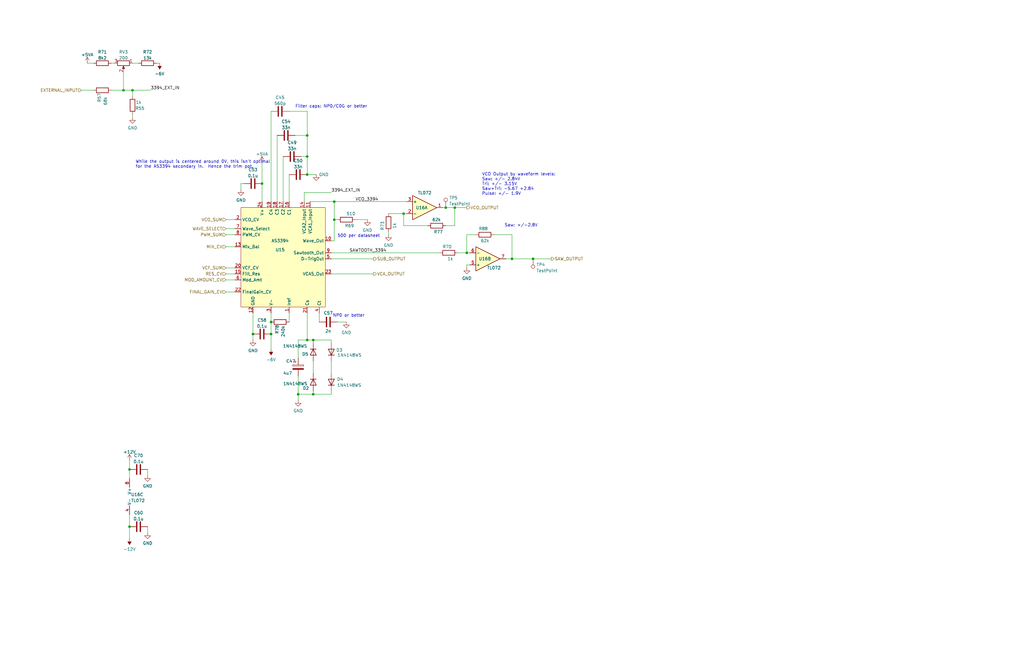
<source format=kicad_sch>
(kicad_sch (version 20230121) (generator eeschema)
  (paper "B")
  (title_block (title "Zoxnoxious SSI2130/AS3394") (rev "0.1") (company "Zoxnoxious Engineering"))
  (lib_symbols
    (symbol "Amplifier_Operational:TL072" (pin_names (offset 0.127))
      (property "Reference" "U" (at 0 5.08 0))
      (property "Value" "TL072" (at 0 -5.08 0))
      (symbol "TL072_1_1"
        (polyline (pts (xy -5.08 5.08) (xy 5.08 0) (xy -5.08 -5.08) (xy -5.08 5.08)) (stroke (width 0.254)) (fill (type background)))
        (pin output line (at 7.62 0 180) (length 2.54) (name "~") (number "1"))
        (pin input line (at -7.62 -2.54 0) (length 2.54) (name "-") (number "2"))
        (pin input line (at -7.62 2.54 0) (length 2.54) (name "+") (number "3"))
      )
      (symbol "TL072_2_1"
        (polyline (pts (xy -5.08 5.08) (xy 5.08 0) (xy -5.08 -5.08) (xy -5.08 5.08)) (stroke (width 0.254)) (fill (type background)))
        (pin input line (at -7.62 2.54 0) (length 2.54) (name "+") (number "5"))
        (pin input line (at -7.62 -2.54 0) (length 2.54) (name "-") (number "6"))
        (pin output line (at 7.62 0 180) (length 2.54) (name "~") (number "7"))
      )
      (symbol "TL072_3_1"
        (pin power_in line (at -2.54 -7.62 90) (length 3.81) (name "V-") (number "4"))
        (pin power_in line (at -2.54 7.62 270) (length 3.81) (name "V+") (number "8"))
      )
    )
    (symbol "Connector:TestPoint" (pin_numbers hide) (pin_names (offset 0.762) hide)
      (property "Reference" "TP" (at 0 6.858 0))
      (property "Value" "TestPoint" (at 0 5.08 0))
      (symbol "TestPoint_0_1"
        (circle (center 0 3.302) (radius 0.762))
      )
      (symbol "TestPoint_1_1"
        (pin passive line (at 0 0 90) (length 2.54) (name "1") (number "1"))
      )
    )
    (symbol "Device:C" (pin_numbers hide) (pin_names (offset 0.254))
      (property "Reference" "C" (at 0.635 2.54 0))
      (property "Value" "C" (at 0.635 -2.54 0))
      (symbol "C_0_1"
        (polyline (pts (xy -2.032 -0.762) (xy 2.032 -0.762)) (stroke (width 0.508)))
        (polyline (pts (xy -2.032 0.762) (xy 2.032 0.762)) (stroke (width 0.508)))
      )
      (symbol "C_1_1"
        (pin passive line (at 0 3.81 270) (length 2.794) (name "~") (number "1"))
        (pin passive line (at 0 -3.81 90) (length 2.794) (name "~") (number "2"))
      )
    )
    (symbol "Device:C_Polarized" (pin_numbers hide) (pin_names (offset 0.254))
      (property "Reference" "C" (at 0.635 2.54 0))
      (property "Value" "C_Polarized" (at 0.635 -2.54 0))
      (symbol "C_Polarized_0_1"
        (rectangle (start -2.286 0.508) (end 2.286 1.016))
        (polyline (pts (xy -1.778 2.286) (xy -0.762 2.286)))
        (polyline (pts (xy -1.27 2.794) (xy -1.27 1.778)))
        (rectangle (start 2.286 -0.508) (end -2.286 -1.016) (fill (type outline)))
      )
      (symbol "C_Polarized_1_1"
        (pin passive line (at 0 3.81 270) (length 2.794) (name "~") (number "1"))
        (pin passive line (at 0 -3.81 90) (length 2.794) (name "~") (number "2"))
      )
    )
    (symbol "Device:R" (pin_numbers hide) (pin_names (offset 0))
      (property "Reference" "R" (at 2.032 0 90))
      (property "Value" "R" (at 0 0 90))
      (symbol "R_0_1"
        (rectangle (start -1.016 -2.54) (end 1.016 2.54) (stroke (width 0.254)))
      )
      (symbol "R_1_1"
        (pin passive line (at 0 3.81 270) (length 1.27) (name "~") (number "1"))
        (pin passive line (at 0 -3.81 90) (length 1.27) (name "~") (number "2"))
      )
    )
    (symbol "Device:R_Potentiometer" (pin_names (offset 1.016) hide)
      (property "Reference" "RV" (at -4.445 0 90))
      (property "Value" "R_Potentiometer" (at -2.54 0 90))
      (symbol "R_Potentiometer_0_1"
        (polyline (pts (xy 2.54 0) (xy 1.524 0)))
        (polyline (pts (xy 1.143 0) (xy 2.286 0.508) (xy 2.286 -0.508) (xy 1.143 0)) (fill (type outline)))
        (rectangle (start 1.016 2.54) (end -1.016 -2.54) (stroke (width 0.254)))
      )
      (symbol "R_Potentiometer_1_1"
        (pin passive line (at 0 3.81 270) (length 1.27) (name "1") (number "1"))
        (pin passive line (at 3.81 0 180) (length 1.27) (name "2") (number "2"))
        (pin passive line (at 0 -3.81 90) (length 1.27) (name "3") (number "3"))
      )
    )
    (symbol "Diode:1N4148WS" (pin_numbers hide) (pin_names hide)
      (property "Reference" "D" (at 0 2.54 0))
      (property "Value" "1N4148WS" (at 0 -2.54 0))
      (symbol "1N4148WS_0_1"
        (polyline (pts (xy -1.27 1.27) (xy -1.27 -1.27)) (stroke (width 0.254)))
        (polyline (pts (xy 1.27 0) (xy -1.27 0)))
        (polyline (pts (xy 1.27 1.27) (xy 1.27 -1.27) (xy -1.27 0) (xy 1.27 1.27)) (stroke (width 0.254)))
      )
      (symbol "1N4148WS_1_1"
        (pin passive line (at -3.81 0 0) (length 2.54) (name "K") (number "1"))
        (pin passive line (at 3.81 0 180) (length 2.54) (name "A") (number "2"))
      )
    )
    (symbol "power:+12V" (power) (pin_names (offset 0))
      (property "Value" "+12V" (at 0 3.556 0))
      (symbol "+12V_0_1"
        (polyline (pts (xy -0.762 1.27) (xy 0 2.54)))
        (polyline (pts (xy 0 0) (xy 0 2.54)))
        (polyline (pts (xy 0 2.54) (xy 0.762 1.27)))
      )
      (symbol "+12V_1_1"
        (pin power_in line (at 0 0 90) (length 0) hide (name "+12V") (number "1"))
      )
    )
    (symbol "power:+5VA" (power) (pin_names (offset 0))
      (property "Value" "+5VA" (at 0 3.556 0))
      (symbol "+5VA_0_1"
        (polyline (pts (xy -0.762 1.27) (xy 0 2.54)))
        (polyline (pts (xy 0 0) (xy 0 2.54)))
        (polyline (pts (xy 0 2.54) (xy 0.762 1.27)))
      )
      (symbol "+5VA_1_1"
        (pin power_in line (at 0 0 90) (length 0) hide (name "+5VA") (number "1"))
      )
    )
    (symbol "power:-12V" (power) (pin_names (offset 0))
      (property "Value" "-12V" (at 0 3.81 0))
      (symbol "-12V_0_0"
        (pin power_in line (at 0 0 90) (length 0) hide (name "-12V") (number "1"))
      )
      (symbol "-12V_0_1"
        (polyline (pts (xy 0 0) (xy 0 1.27) (xy 0.762 1.27) (xy 0 2.54) (xy -0.762 1.27) (xy 0 1.27)) (fill (type outline)))
      )
    )
    (symbol "power:GND" (power) (pin_names (offset 0))
      (property "Value" "GND" (at 0 -3.81 0))
      (symbol "GND_0_1"
        (polyline (pts (xy 0 0) (xy 0 -1.27) (xy 1.27 -1.27) (xy 0 -2.54) (xy -1.27 -1.27) (xy 0 -1.27)))
      )
      (symbol "GND_1_1"
        (pin power_in line (at 0 0 270) (length 0) hide (name "GND") (number "1"))
      )
    )
    (symbol "z5524:-6.5V" (power) (pin_names (offset 0))
      (property "Value" "-6.5V" (at 0 4.4434 0))
      (symbol "-6.5V_0_0"
        (pin power_in line (at 0 0 90) (length 0) hide (name "-6V") (number "1"))
      )
      (symbol "-6.5V_0_1"
        (polyline (pts (xy 0 0) (xy 0 1.27) (xy 0.762 1.27) (xy 0 2.54) (xy -0.762 1.27) (xy 0 1.27)) (fill (type outline)))
      )
    )
    (symbol "z5524:AS3394"
      (property "Reference" "U15" (at 0 0 0))
      (property "Value" "AS3394" (at 0 3.81 0))
      (symbol "AS3394_0_1"
        (rectangle (start -16.51 -24.13) (end 19.05 17.78) (stroke (width 0.1524)) (fill (type background)))
      )
      (symbol "AS3394_1_1"
        (pin input line (at 3.81 -26.67 90) (length 2.54) (name "Iref") (number "1"))
        (pin output line (at 21.59 3.81 180) (length 2.54) (name "Wave_Out") (number "10"))
        (pin input line (at 12.7 20.32 270) (length 2.54) (name "VCA1_Input") (number "11"))
        (pin power_in line (at -11.43 -26.67 90) (length 2.54) (name "GND") (number "12"))
        (pin input line (at -19.05 1.27 0) (length 2.54) (name "Mix_Bal") (number "13"))
        (pin input line (at 10.16 20.32 270) (length 2.54) (name "VCA2_Input") (number "14"))
        (pin input line (at -19.05 -10.16 0) (length 2.54) (name "Filt_Res") (number "15"))
        (pin input line (at 3.81 20.32 270) (length 2.54) (name "C1") (number "16"))
        (pin input line (at 1.27 20.32 270) (length 2.54) (name "C2") (number "17"))
        (pin input line (at -1.27 20.32 270) (length 2.54) (name "C3") (number "18"))
        (pin input line (at -3.81 20.32 270) (length 2.54) (name "C4") (number "19"))
        (pin input line (at -19.05 12.7 0) (length 2.54) (name "VCO_CV") (number "2"))
        (pin input line (at -19.05 -7.62 0) (length 2.54) (name "VCF_CV") (number "20"))
        (pin input line (at 11.43 -26.67 90) (length 2.54) (name "Cs") (number "21"))
        (pin input line (at -19.05 -17.78 0) (length 2.54) (name "FinalGain_CV") (number "22"))
        (pin output line (at 21.59 -10.16 180) (length 2.54) (name "VCA5_Out") (number "23"))
        (pin power_in line (at -7.62 20.32 270) (length 2.54) (name "V+") (number "24"))
        (pin power_in line (at -3.81 -26.67 90) (length 2.54) (name "V-") (number "3"))
        (pin input line (at 16.51 -26.67 90) (length 2.54) (name "Ct") (number "4"))
        (pin output line (at 21.59 -3.81 180) (length 2.54) (name "D-TrigOut") (number "5"))
        (pin input line (at -19.05 -12.7 0) (length 2.54) (name "Mod_Amt") (number "6"))
        (pin input line (at -19.05 8.89 0) (length 2.54) (name "Wave_Select") (number "7"))
        (pin input line (at -19.05 6.35 0) (length 2.54) (name "PWM_CV") (number "8"))
        (pin output line (at 21.59 -1.27 180) (length 2.54) (name "Sawtooth_Out") (number "9"))
      )
    )
  )
  (junction (at 140.97 92.71))
  (junction (at 55.88 38.1))
  (junction (at 224.79 109.22))
  (junction (at 129.54 66.04))
  (junction (at 191.77 87.63))
  (junction (at 170.18 90.17))
  (junction (at 110.49 77.47))
  (junction (at 114.3 135.89))
  (junction (at 129.54 73.66))
  (junction (at 114.3 140.97))
  (junction (at 196.85 106.68))
  (junction (at 132.08 166.37))
  (junction (at 129.54 143.51))
  (junction (at 106.68 140.97))
  (junction (at 52.07 38.1))
  (junction (at 140.97 85.09))
  (junction (at 132.08 143.51))
  (junction (at 129.54 57.15))
  (junction (at 187.96 87.63))
  (junction (at 215.9 109.22))
  (junction (at 54.61 198.12))
  (junction (at 125.73 166.37))
  (junction (at 54.61 222.25))
  (wire (pts (xy 36.83 26.67) (xy 39.37 26.67)))
  (wire (pts (xy 62.23 222.25) (xy 62.23 224.79)))
  (wire (pts (xy 124.46 57.15) (xy 129.54 57.15)))
  (wire (pts (xy 139.7 152.4) (xy 139.7 157.48)))
  (wire (pts (xy 119.38 66.04) (xy 119.38 85.09)))
  (wire (pts (xy 196.85 111.76) (xy 196.85 113.03)))
  (wire (pts (xy 114.3 46.99) (xy 114.3 85.09)))
  (wire (pts (xy 187.96 87.63) (xy 186.69 87.63)))
  (wire (pts (xy 52.07 38.1) (xy 55.88 38.1)))
  (wire (pts (xy 200.66 99.06) (xy 196.85 99.06)))
  (wire (pts (xy 132.08 166.37) (xy 139.7 166.37)))
  (wire (pts (xy 125.73 151.13) (xy 125.73 143.51)))
  (wire (pts (xy 149.86 92.71) (xy 154.94 92.71)))
  (wire (pts (xy 198.12 111.76) (xy 196.85 111.76)))
  (wire (pts (xy 193.04 106.68) (xy 196.85 106.68)))
  (wire (pts (xy 129.54 73.66) (xy 129.54 66.04)))
  (wire (pts (xy 215.9 109.22) (xy 213.36 109.22)))
  (wire (pts (xy 170.18 90.17) (xy 171.45 90.17)))
  (wire (pts (xy 140.97 85.09) (xy 140.97 92.71)))
  (wire (pts (xy 139.7 81.28) (xy 128.27 81.28)))
  (wire (pts (xy 55.88 38.1) (xy 63.5 38.1)))
  (wire (pts (xy 95.25 113.03) (xy 99.06 113.03)))
  (wire (pts (xy 55.88 26.67) (xy 58.42 26.67)))
  (wire (pts (xy 95.25 123.19) (xy 99.06 123.19)))
  (wire (pts (xy 125.73 158.75) (xy 125.73 166.37)))
  (wire (pts (xy 142.24 135.89) (xy 146.05 135.89)))
  (wire (pts (xy 132.08 165.1) (xy 132.08 166.37)))
  (wire (pts (xy 55.88 38.1) (xy 55.88 40.64)))
  (wire (pts (xy 139.7 165.1) (xy 139.7 166.37)))
  (wire (pts (xy 142.24 92.71) (xy 140.97 92.71)))
  (wire (pts (xy 121.92 132.08) (xy 121.92 135.89)))
  (wire (pts (xy 130.81 85.09) (xy 140.97 85.09)))
  (wire (pts (xy 129.54 57.15) (xy 129.54 46.99)))
  (wire (pts (xy 215.9 99.06) (xy 215.9 109.22)))
  (wire (pts (xy 114.3 135.89) (xy 114.3 140.97)))
  (wire (pts (xy 196.85 99.06) (xy 196.85 106.68)))
  (wire (pts (xy 132.08 143.51) (xy 139.7 143.51)))
  (wire (pts (xy 132.08 152.4) (xy 132.08 157.48)))
  (wire (pts (xy 114.3 140.97) (xy 114.3 147.32)))
  (wire (pts (xy 163.83 90.17) (xy 170.18 90.17)))
  (wire (pts (xy 55.88 48.26) (xy 55.88 49.53)))
  (wire (pts (xy 170.18 90.17) (xy 170.18 95.25)))
  (wire (pts (xy 129.54 66.04) (xy 127 66.04)))
  (wire (pts (xy 106.68 132.08) (xy 106.68 140.97)))
  (wire (pts (xy 106.68 140.97) (xy 106.68 143.51)))
  (wire (pts (xy 34.29 38.1) (xy 39.37 38.1)))
  (wire (pts (xy 191.77 95.25) (xy 191.77 87.63)))
  (wire (pts (xy 128.27 81.28) (xy 128.27 85.09)))
  (wire (pts (xy 114.3 132.08) (xy 114.3 135.89)))
  (wire (pts (xy 110.49 77.47) (xy 110.49 85.09)))
  (wire (pts (xy 129.54 143.51) (xy 132.08 143.51)))
  (wire (pts (xy 95.25 104.14) (xy 99.06 104.14)))
  (wire (pts (xy 139.7 115.57) (xy 157.48 115.57)))
  (wire (pts (xy 95.25 96.52) (xy 99.06 96.52)))
  (wire (pts (xy 52.07 30.48) (xy 52.07 38.1)))
  (wire (pts (xy 208.28 99.06) (xy 215.9 99.06)))
  (wire (pts (xy 54.61 198.12) (xy 54.61 201.93)))
  (wire (pts (xy 191.77 87.63) (xy 187.96 87.63)))
  (wire (pts (xy 125.73 166.37) (xy 125.73 168.91)))
  (wire (pts (xy 54.61 194.31) (xy 54.61 198.12)))
  (wire (pts (xy 102.87 77.47) (xy 101.6 77.47)))
  (wire (pts (xy 224.79 109.22) (xy 232.41 109.22)))
  (wire (pts (xy 139.7 143.51) (xy 139.7 144.78)))
  (wire (pts (xy 129.54 46.99) (xy 121.92 46.99)))
  (wire (pts (xy 187.96 95.25) (xy 191.77 95.25)))
  (wire (pts (xy 140.97 85.09) (xy 171.45 85.09)))
  (wire (pts (xy 46.99 38.1) (xy 52.07 38.1)))
  (wire (pts (xy 101.6 77.47) (xy 101.6 80.01)))
  (wire (pts (xy 191.77 87.63) (xy 196.85 87.63)))
  (wire (pts (xy 121.92 73.66) (xy 121.92 85.09)))
  (wire (pts (xy 54.61 217.17) (xy 54.61 222.25)))
  (wire (pts (xy 129.54 66.04) (xy 129.54 57.15)))
  (wire (pts (xy 110.49 68.58) (xy 110.49 77.47)))
  (wire (pts (xy 116.84 57.15) (xy 116.84 85.09)))
  (wire (pts (xy 95.25 118.11) (xy 99.06 118.11)))
  (wire (pts (xy 62.23 198.12) (xy 62.23 200.66)))
  (wire (pts (xy 180.34 95.25) (xy 170.18 95.25)))
  (wire (pts (xy 95.25 115.57) (xy 99.06 115.57)))
  (wire (pts (xy 129.54 73.66) (xy 133.35 73.66)))
  (wire (pts (xy 140.97 92.71) (xy 140.97 101.6)))
  (wire (pts (xy 125.73 143.51) (xy 129.54 143.51)))
  (wire (pts (xy 163.83 97.79) (xy 163.83 99.06)))
  (wire (pts (xy 129.54 132.08) (xy 129.54 143.51)))
  (wire (pts (xy 139.7 109.22) (xy 157.48 109.22)))
  (wire (pts (xy 95.25 99.06) (xy 99.06 99.06)))
  (wire (pts (xy 139.7 106.68) (xy 185.42 106.68)))
  (wire (pts (xy 132.08 143.51) (xy 132.08 144.78)))
  (wire (pts (xy 196.85 106.68) (xy 198.12 106.68)))
  (wire (pts (xy 54.61 222.25) (xy 54.61 227.33)))
  (wire (pts (xy 95.25 92.71) (xy 99.06 92.71)))
  (wire (pts (xy 46.99 26.67) (xy 48.26 26.67)))
  (wire (pts (xy 125.73 166.37) (xy 132.08 166.37)))
  (wire (pts (xy 215.9 109.22) (xy 224.79 109.22)))
  (wire (pts (xy 66.04 26.67) (xy 67.31 26.67)))
  (wire (pts (xy 140.97 101.6) (xy 139.7 101.6)))
  (wire (pts (xy 134.62 132.08) (xy 134.62 135.89)))
  (text "While the output is centered around 0V, this isn't optimal\nfor the AS3394 secondary in.  Hence the trim pot." (at 57.15 71.12 0) (effects (font (size 1.27 1.27)) (justify left bottom)))
  (text "NP0 or better" (at 140.335 133.985 0) (effects (font (size 1.27 1.27)) (justify left bottom)))
  (text "Saw: +/-2.8V" (at 212.725 95.885 0) (effects (font (size 1.27 1.27)) (justify left bottom)))
  (text "VCO Output by waveform levels:\nSaw: +/- 2.84V\nTri: +/- 3.15V\nSaw+Tri: -5.67 +2.84\nPulse: +/- 1.9V" (at 203.2 82.55 0) (effects (font (size 1.27 1.27)) (justify left bottom)))
  (text "Filter caps: NP0/C0G or better" (at 124.46 45.72 0) (effects (font (size 1.27 1.27)) (justify left bottom)))
  (text "500 per datasheet" (at 142.24 100.33 0) (effects (font (size 1.27 1.27)) (justify left bottom)))
  (label "SAWTOOTH_3394" (at 147.32 106.68 0))
  (label "3394_EXT_IN" (at 139.7 81.28 0))
  (label "3394_EXT_IN" (at 63.5 38.1 0))
  (label "VCO_3394" (at 149.86 85.09 0))
  (hierarchical_label "VCF_SUM" (shape input) (at 95.25 113.03 180))
  (hierarchical_label "VCO_SUM" (shape input) (at 95.25 92.71 180))
  (hierarchical_label "RES_CV" (shape input) (at 95.25 115.57 180))
  (hierarchical_label "MIX_CV" (shape input) (at 95.25 104.14 180))
  (hierarchical_label "FINAL_GAIN_CV" (shape input) (at 95.25 123.19 180))
  (hierarchical_label "MOD_AMOUNT_CV" (shape input) (at 95.25 118.11 180))
  (hierarchical_label "VCO_OUTPUT" (shape output) (at 196.85 87.63 0))
  (hierarchical_label "PWM_SUM" (shape input) (at 95.25 99.06 180))
  (hierarchical_label "VCA_OUTPUT" (shape output) (at 157.48 115.57 0))
  (hierarchical_label "SUB_OUTPUT" (shape output) (at 157.48 109.22 0))
  (hierarchical_label "WAVE_SELECT" (shape input) (at 95.25 96.52 180))
  (hierarchical_label "SAW_OUTPUT" (shape output) (at 232.41 109.22 0))
  (hierarchical_label "EXTERNAL_INPUT" (shape input) (at 34.29 38.1 180))
  (symbol (lib_id "power:GND") (at 163.83 99.06 0) (unit 1)
    (property "Reference" "#PWR058" (effects hide))
    (property "Value" "GND" (at 163.83 103.5034 0))
  )
  (symbol (lib_id "power:GND") (at 146.05 135.89 0) (unit 1)
    (property "Reference" "#PWR056" (effects hide))
    (property "Value" "GND" (at 146.05 140.3334 0))
  )
  (symbol (lib_id "power:GND") (at 101.6 80.01 0) (unit 1)
    (property "Reference" "#PWR050" (effects hide))
    (property "Value" "GND" (at 101.6 84.4534 0))
  )
  (symbol (lib_id "Device:C") (at 58.42 198.12 90) (unit 1)
    (property "Reference" "C70" (at 58.42 192.2612 90))
    (property "Value" "0.1u" (at 58.42 194.7981 90))
    (property "Footprint" "Capacitor_SMD:C_0603_1608Metric" (effects hide))
    (property "LCSC Part" "C14663" (effects hide))
  )
  (symbol (lib_id "Device:R") (at 55.88 44.45 180) (unit 1)
    (property "Reference" "R55" (at 60.96 45.72 0) (effects (justify left)))
    (property "Value" "1k" (at 59.69 43.18 0) (effects (justify left)))
    (property "Footprint" "Resistor_SMD:R_0603_1608Metric" (effects hide))
    (property "LCSC Part" "C21190" (effects hide))
  )
  (symbol (lib_id "Device:R_Potentiometer") (at 52.07 26.67 270) (unit 1)
    (property "Reference" "RV3" (at 52.07 21.9542 90))
    (property "Value" "200" (at 52.07 24.4911 90))
    (property "Footprint" "Potentiometer_THT:Potentiometer_Bourns_3296W_Vertical" (effects hide))
    (property "Digikey" "3296X-1-201LF" (effects hide))
  )
  (symbol (lib_id "Diode:1N4148WS") (at 139.7 148.59 90) (unit 1)
    (property "Reference" "D3" (at 141.732 147.7553 90) (effects (justify right)))
    (property "Value" "1N4148WS" (at 142.24 149.86 90) (effects (justify right)))
    (property "Footprint" "Diode_SMD:D_SOD-323" (effects hide))
    (property "Datasheet" "https://www.vishay.com/docs/85751/1n4148ws.pdf" (effects hide))
    (property "LCSC Part" "C2128" (effects hide))
    (property "Sim.Device" "D" (effects hide))
    (property "Sim.Pins" "1=K 2=A" (effects hide))
  )
  (symbol (lib_id "power:GND") (at 154.94 92.71 0) (unit 1)
    (property "Reference" "#PWR057" (effects hide))
    (property "Value" "GND" (at 154.94 97.1534 0))
  )
  (symbol (lib_id "power:-12V") (at 54.61 227.33 180) (unit 1)
    (property "Reference" "#PWR0102" (effects hide))
    (property "Value" "-12V" (at 54.61 231.7734 0))
  )
  (symbol (lib_id "Device:C") (at 138.43 135.89 90) (unit 1)
    (property "Reference" "C57" (at 138.43 132.08 90))
    (property "Value" "2n" (at 138.43 139.7 90))
    (property "Footprint" "Capacitor_SMD:C_1206_3216Metric" (effects hide))
    (property "Digikey" "C1206X202FBGAC7800" (effects hide))
  )
  (symbol (lib_id "Device:R") (at 163.83 93.98 180) (unit 1)
    (property "Reference" "R73" (at 161.29 93.345 90) (effects (justify left)))
    (property "Value" "1k" (at 166.37 93.98 90) (effects (justify left)))
    (property "Footprint" "Resistor_SMD:R_0603_1608Metric" (effects hide))
    (property "LCSC Part" "C21190" (effects hide))
  )
  (symbol (lib_id "power:+12V") (at 54.61 194.31 0) (unit 1)
    (property "Reference" "#PWR0101" (effects hide))
    (property "Value" "+12V" (at 54.61 190.7342 0))
  )
  (symbol (lib_id "z5524:AS3394") (at 118.11 105.41 0) (unit 1)
    (property "Reference" "U15" (at 118.11 105.41 0))
    (property "Value" "AS3394" (at 118.11 101.6 0))
    (property "Footprint" "Package_SO:SOIC-24W_7.5x15.4mm_P1.27mm" (effects hide))
  )
  (symbol (lib_id "Device:R") (at 184.15 95.25 270) (unit 1)
    (property "Reference" "R77" (at 182.88 97.79 90) (effects (justify left)))
    (property "Value" "62k" (at 182.245 92.71 90) (effects (justify left)))
    (property "Footprint" "Resistor_SMD:R_0603_1608Metric" (effects hide))
    (property "LCSC Part" "C23221" (effects hide))
  )
  (symbol (lib_id "Device:C") (at 125.73 73.66 90) (unit 1)
    (property "Reference" "C50" (at 125.73 67.8012 90))
    (property "Value" "33n" (at 125.73 70.3381 90))
    (property "Footprint" "Capacitor_SMD:C_0805_2012Metric" (effects hide))
    (property "TDK" "C2012C0G1H333J125AA" (effects hide))
    (property "Digikey" "445-7523-1-ND" (effects hide))
  )
  (symbol (lib_id "Device:C") (at 120.65 57.15 90) (unit 1)
    (property "Reference" "C54" (at 120.65 51.2912 90))
    (property "Value" "33n" (at 120.65 53.8281 90))
    (property "Footprint" "Capacitor_SMD:C_0805_2012Metric" (effects hide))
    (property "TDK" "C2012C0G1H333J125AA" (effects hide))
    (property "Digikey" "445-7523-1-ND" (effects hide))
  )
  (symbol (lib_id "Amplifier_Operational:TL072") (at 205.74 109.22 0) (mirror x) (unit 2)
    (property "Reference" "U16" (at 204.47 109.22 0))
    (property "Value" "TL072" (at 208.28 113.03 0))
    (property "Footprint" "Package_SO:SO-8_3.9x4.9mm_P1.27mm" (effects hide))
    (property "Datasheet" "http://www.ti.com/lit/ds/symlink/tl071.pdf" (effects hide))
    (property "LCSC Part" "C6961" (effects hide))
  )
  (symbol (lib_id "Device:R") (at 189.23 106.68 90) (unit 1)
    (property "Reference" "R70" (at 190.5 104.14 90) (effects (justify left)))
    (property "Value" "1k" (at 191.135 109.22 90) (effects (justify left)))
    (property "Footprint" "Resistor_SMD:R_0603_1608Metric" (effects hide))
    (property "LCSC Part" "C21190" (effects hide))
  )
  (symbol (lib_id "Device:R") (at 43.18 38.1 90) (unit 1)
    (property "Reference" "R57" (at 41.91 43.18 0) (effects (justify left)))
    (property "Value" "68k" (at 44.45 44.45 0) (effects (justify left)))
    (property "Footprint" "Resistor_SMD:R_0603_1608Metric" (effects hide))
    (property "LCSC Part" "C23231" (effects hide))
  )
  (symbol (lib_id "power:GND") (at 55.88 49.53 0) (unit 1)
    (property "Reference" "#PWR049" (effects hide))
    (property "Value" "GND" (at 55.88 53.9734 0))
  )
  (symbol (lib_id "Device:C") (at 110.49 140.97 90) (unit 1)
    (property "Reference" "C58" (at 110.49 135.1112 90))
    (property "Value" "0.1u" (at 110.49 137.6481 90))
    (property "Footprint" "Capacitor_SMD:C_0603_1608Metric" (effects hide))
    (property "LCSC Part" "C14663" (effects hide))
  )
  (symbol (lib_id "z5524:-6.5V") (at 114.3 147.32 180) (unit 1)
    (property "Reference" "#PWR053" (effects hide))
    (property "Value" "-6.5V" (at 114.3 151.7634 0))
  )
  (symbol (lib_id "z5524:-6.5V") (at 67.31 26.67 180) (unit 1)
    (property "Reference" "#PWR096" (effects hide))
    (property "Value" "-6.5V" (at 67.31 31.1134 0))
  )
  (symbol (lib_id "power:+5VA") (at 110.49 68.58 0) (unit 1)
    (property "Reference" "#PWR052" (effects hide))
    (property "Value" "+5VA" (at 110.49 65.0042 0))
  )
  (symbol (lib_id "power:GND") (at 62.23 224.79 0) (unit 1)
    (property "Reference" "#PWR0104" (effects hide))
    (property "Value" "GND" (at 62.23 229.2334 0))
  )
  (symbol (lib_id "power:GND") (at 125.73 168.91 0) (unit 1)
    (property "Reference" "#PWR054" (effects hide))
    (property "Value" "GND" (at 125.73 173.3534 0))
  )
  (symbol (lib_id "Device:C") (at 123.19 66.04 90) (unit 1)
    (property "Reference" "C49" (at 123.19 60.1812 90))
    (property "Value" "33n" (at 123.19 62.7181 90))
    (property "Footprint" "Capacitor_SMD:C_0805_2012Metric" (effects hide))
    (property "TDK" "C2012C0G1H333J125AA" (effects hide))
    (property "Digikey" "445-7523-1-ND" (effects hide))
  )
  (symbol (lib_id "Device:C") (at 58.42 222.25 90) (unit 1)
    (property "Reference" "C60" (at 58.42 216.3912 90))
    (property "Value" "0.1u" (at 58.42 218.9281 90))
    (property "Footprint" "Capacitor_SMD:C_0603_1608Metric" (effects hide))
    (property "LCSC Part" "C14663" (effects hide))
  )
  (symbol (lib_id "Device:C") (at 118.11 46.99 90) (unit 1)
    (property "Reference" "C45" (at 118.11 41.1312 90))
    (property "Value" "560p" (at 118.11 43.6681 90))
    (property "Footprint" "Capacitor_SMD:C_0603_1608Metric" (effects hide))
    (property "LCSC Part" "C458906" (effects hide))
  )
  (symbol (lib_id "Amplifier_Operational:TL072") (at 57.15 209.55 0) (unit 3)
    (property "Reference" "U16" (at 55.245 208.7153 0) (effects (justify left)))
    (property "Value" "TL072" (at 55.245 211.2522 0) (effects (justify left)))
    (property "Footprint" "Package_SO:SO-8_3.9x4.9mm_P1.27mm" (effects hide))
    (property "Datasheet" "http://www.ti.com/lit/ds/symlink/tl071.pdf" (effects hide))
    (property "LCSC Part" "C6961" (effects hide))
  )
  (symbol (lib_id "Device:R") (at 118.11 135.89 90) (unit 1)
    (property "Reference" "R78" (at 116.84 140.97 0) (effects (justify left)))
    (property "Value" "240k" (at 119.38 142.24 0) (effects (justify left)))
    (property "Footprint" "Resistor_SMD:R_0603_1608Metric" (effects hide))
    (property "LCSC Part" "C4197" (effects hide))
  )
  (symbol (lib_id "Device:C") (at 106.68 77.47 90) (unit 1)
    (property "Reference" "C53" (at 106.68 71.6112 90))
    (property "Value" "0.1u" (at 106.68 74.1481 90))
    (property "Footprint" "Capacitor_SMD:C_0603_1608Metric" (effects hide))
    (property "LCSC Part" "C14663" (effects hide))
  )
  (symbol (lib_id "power:GND") (at 133.35 73.66 0) (unit 1)
    (property "Reference" "#PWR055" (effects hide))
    (property "Value" "GND" (at 136.525 73.66 0))
  )
  (symbol (lib_id "Amplifier_Operational:TL072") (at 179.07 87.63 0) (unit 1)
    (property "Reference" "U16" (at 177.8 87.63 0))
    (property "Value" "TL072" (at 179.07 81.3871 0))
    (property "Footprint" "Package_SO:SO-8_3.9x4.9mm_P1.27mm" (effects hide))
    (property "Datasheet" "http://www.ti.com/lit/ds/symlink/tl071.pdf" (effects hide))
    (property "LCSC Part" "C6961" (effects hide))
  )
  (symbol (lib_id "power:GND") (at 196.85 113.03 0) (unit 1)
    (property "Reference" "#PWR0105" (effects hide))
    (property "Value" "GND" (at 196.85 117.4734 0))
  )
  (symbol (lib_id "Diode:1N4148WS") (at 132.08 161.29 90) (mirror x) (unit 1)
    (property "Reference" "D2" (at 127.635 163.83 90) (effects (justify right)))
    (property "Value" "1N4148WS" (at 119.38 161.925 90) (effects (justify right)))
    (property "Footprint" "Diode_SMD:D_SOD-323" (effects hide))
    (property "Datasheet" "https://www.vishay.com/docs/85751/1n4148ws.pdf" (effects hide))
    (property "LCSC Part" "C2128" (effects hide))
    (property "Sim.Device" "D" (effects hide))
    (property "Sim.Pins" "1=K 2=A" (effects hide))
  )
  (symbol (lib_id "Connector:TestPoint") (at 224.79 109.22 180) (unit 1)
    (property "Reference" "TP4" (at 226.187 111.6873 0) (effects (justify right)))
    (property "Value" "TestPoint" (at 226.187 114.2242 0) (effects (justify right)))
    (property "Footprint" "TestPoint:TestPoint_Pad_1.5x1.5mm" (effects hide))
    (instances (project "z5524" (path "" (reference "TP4") (unit 1)) (path "" (reference "TP8") (unit 1))))
  )
  (symbol (lib_id "Device:C_Polarized") (at 125.73 154.94 0) (unit 1)
    (property "Reference" "C47" (at 120.65 152.4 0) (effects (justify left)))
    (property "Value" "4u7" (at 119.38 157.48 0) (effects (justify left)))
    (property "Footprint" "Capacitor_THT:CP_Radial_D4.0mm_P2.00mm" (effects hide))
    (property "Digikey" "1189-4115-ND" (effects hide))
    (property "Rubycon" "35MS54R7MEFC4X5" (effects hide))
  )
  (symbol (lib_id "Connector:TestPoint") (at 187.96 87.63 0) (unit 1)
    (property "Reference" "TP5" (at 189.357 83.4933 0) (effects (justify left)))
    (property "Value" "TestPoint" (at 189.357 86.0302 0) (effects (justify left)))
    (property "Footprint" "TestPoint:TestPoint_Pad_1.5x1.5mm" (effects hide))
  )
  (symbol (lib_id "Diode:1N4148WS") (at 132.08 148.59 270) (unit 1)
    (property "Reference" "D5" (at 130.048 149.4247 90) (effects (justify right)))
    (property "Value" "1N4148WS" (at 129.54 146.05 90) (effects (justify right)))
    (property "Footprint" "Diode_SMD:D_SOD-323" (effects hide))
    (property "Datasheet" "https://www.vishay.com/docs/85751/1n4148ws.pdf" (effects hide))
    (property "LCSC Part" "C2128" (effects hide))
    (property "Sim.Device" "D" (effects hide))
    (property "Sim.Pins" "1=K 2=A" (effects hide))
  )
  (symbol (lib_id "power:GND") (at 106.68 143.51 0) (unit 1)
    (property "Reference" "#PWR051" (effects hide))
    (property "Value" "GND" (at 106.68 147.9534 0))
  )
  (symbol (lib_id "Device:R") (at 204.47 99.06 90) (unit 1)
    (property "Reference" "R88" (at 205.74 96.52 90) (effects (justify left)))
    (property "Value" "62k" (at 206.375 101.6 90) (effects (justify left)))
    (property "Footprint" "Resistor_SMD:R_0603_1608Metric" (effects hide))
    (property "LCSC Part" "C23221" (effects hide))
  )
  (symbol (lib_id "Device:R") (at 146.05 92.71 270) (unit 1)
    (property "Reference" "R69" (at 145.415 95.25 90) (effects (justify left)))
    (property "Value" "510" (at 146.05 90.17 90) (effects (justify left)))
    (property "Footprint" "Resistor_SMD:R_0603_1608Metric" (effects hide))
  )
  (symbol (lib_id "Diode:1N4148WS") (at 139.7 161.29 270) (mirror x) (unit 1)
    (property "Reference" "D4" (at 144.78 160.02 90) (effects (justify right)))
    (property "Value" "1N4148WS" (at 152.4 162.56 90) (effects (justify right)))
    (property "Footprint" "Diode_SMD:D_SOD-323" (effects hide))
    (property "Datasheet" "https://www.vishay.com/docs/85751/1n4148ws.pdf" (effects hide))
    (property "LCSC Part" "C2128" (effects hide))
    (property "Sim.Device" "D" (effects hide))
    (property "Sim.Pins" "1=K 2=A" (effects hide))
  )
  (symbol (lib_id "power:GND") (at 62.23 200.66 0) (unit 1)
    (property "Reference" "#PWR0103" (effects hide))
    (property "Value" "GND" (at 62.23 205.1034 0))
  )
  (symbol (lib_id "Device:R") (at 62.23 26.67 90) (unit 1)
    (property "Reference" "R72" (at 62.23 21.9542 90))
    (property "Value" "13k" (at 62.23 24.4911 90))
    (property "Footprint" "Resistor_SMD:R_0603_1608Metric" (effects hide))
    (property "LCSC Part" "C22797" (effects hide))
  )
  (symbol (lib_id "power:+5VA") (at 36.83 26.67 0) (unit 1)
    (property "Reference" "#PWR084" (effects hide))
    (property "Value" "+5VA" (at 36.83 23.0942 0))
  )
  (symbol (lib_id "Device:R") (at 43.18 26.67 90) (unit 1)
    (property "Reference" "R71" (at 43.18 21.9542 90))
    (property "Value" "8k2" (at 43.18 24.4911 90))
    (property "Footprint" "Resistor_SMD:R_0603_1608Metric" (effects hide))
    (property "LCSC Part" "C25981" (effects hide))
  )
)
</source>
